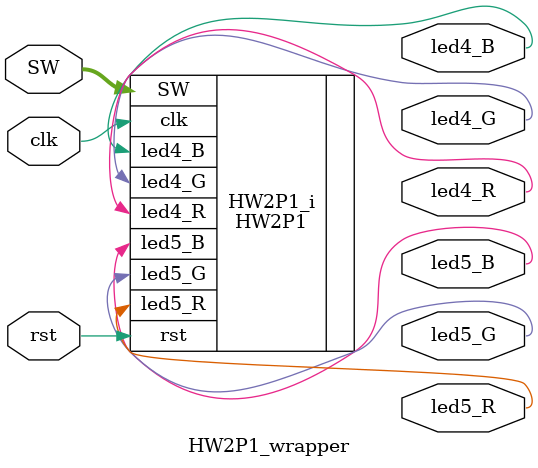
<source format=v>
`timescale 1 ps / 1 ps

module HW2P1_wrapper
   (SW,
    clk,
    led4_B,
    led4_G,
    led4_R,
    led5_B,
    led5_G,
    led5_R,
    rst);
  input [1:0]SW;
  input clk;
  output [0:0]led4_B;
  output [0:0]led4_G;
  output [0:0]led4_R;
  output [0:0]led5_B;
  output [0:0]led5_G;
  output [0:0]led5_R;
  input rst;

  wire [1:0]SW;
  wire clk;
  wire [0:0]led4_B;
  wire [0:0]led4_G;
  wire [0:0]led4_R;
  wire [0:0]led5_B;
  wire [0:0]led5_G;
  wire [0:0]led5_R;
  wire rst;

  HW2P1 HW2P1_i
       (.SW(SW),
        .clk(clk),
        .led4_B(led4_B),
        .led4_G(led4_G),
        .led4_R(led4_R),
        .led5_B(led5_B),
        .led5_G(led5_G),
        .led5_R(led5_R),
        .rst(rst));
endmodule

</source>
